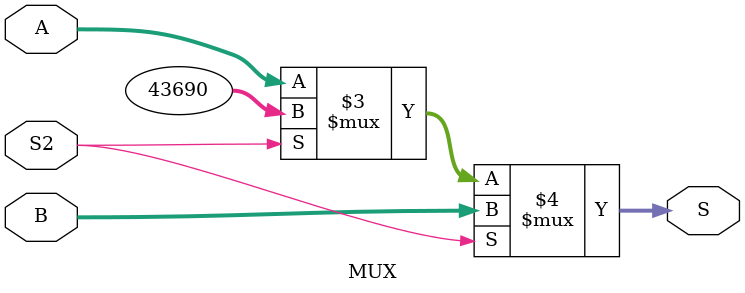
<source format=v>
`timescale 1ns / 1ps


module ALU#(parameter size = 32)(
    input [size -1:0] A,B, 
    input S2,S1,S0, //mode select operation selects
    input C_in, //carry input
    output [size-1:0]Y,
    output V,C,N,Z // v = overflow C=carry N=negative Z=zero
    );
    
    wire [size-1:0] au_out, lu_out, alu_out;
    wire v,c,n,au_z,lu_z,alu_z;
    
    defparam AU.size = size;
    arithmetic_unit AU(A,B,S1,S0,C_in,au_out,v,c,n,au_z);
    
    defparam LU.size = size;
    logic_unit LU(A,B,S0,C_in,lu_out,lu_z);
    
    defparam MUX_S.size = size;
    MUX MUX_S(au_out,lu_out,S2,alu_out);
    
    defparam MUX_Z.size = 1;
    MUX MUX_Z(au_z,lu_z,S2,alu_z);
    
    assign Y = alu_out;
    assign Z = alu_z;
    assign V = v;
    assign N = n;
    assign C = c;
    
endmodule

module arithmetic_unit#(parameter size = 32)(
    input [size -1:0] A,B,
    input S1,S0,C_in,
    output [size-1:0] S,
    output V,C,N,Z );
    
    defparam add_sub.size = size ;
    ADDER add_sub(A,B,S,S1,S0,C_in,V,C,N,Z);
    
    
endmodule

module logic_unit#(parameter size = 32)(
    input [size -1:0] A,B,
    input S0,C_in,
    output [size-1:0] S,
    output Z );
    
    wire [size-1:0] res_and,res_xor,res_or;
    wire [1:0] selector;
    assign selector = {S0,C_in};
    
    assign res_and = A & B;
    assign res_or = A | B;
    assign res_xor = A ^ B;
    
    assign S = ( selector == 2'b00 ? res_and : ( selector == 2'b01 ? res_or : ( selector == 2'b10 ? res_xor : 32'h0000))); 
    assign Z = ( S == 32'h0000 ? 1'b1 : 1'b0);
    
endmodule

module MUX #(parameter size = 32)(
    input [size -1:0] A,B,
    input S2,
    output [size -1:0] S );
    
    assign S = ( S2 == 1'b1 ? B : ( S2 == 1'b0 ? A : 32'hAAAA)); //setted AAAA to control  
endmodule
</source>
